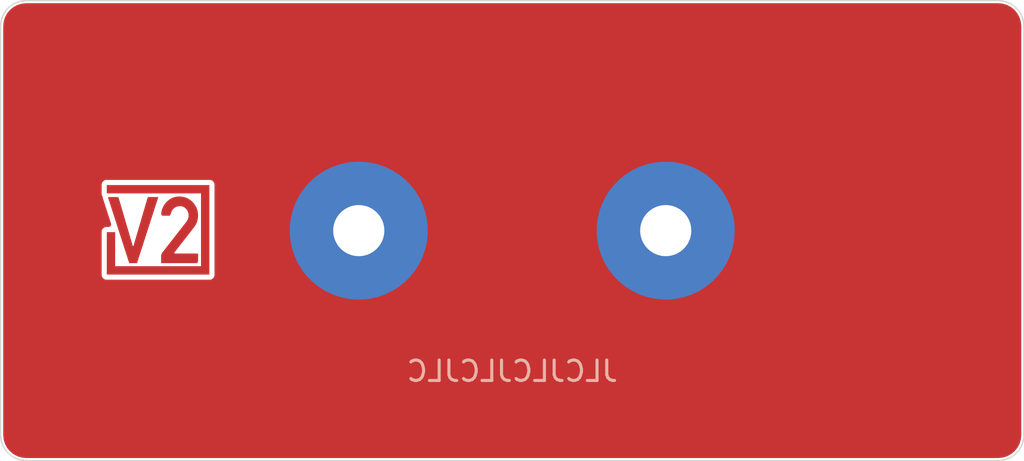
<source format=kicad_pcb>
(kicad_pcb (version 20240108) (generator "pcbnew") (generator_version "8.0")
  (title_block (date "2023-01-29"))
  (layers (0 "F.Cu" signal "Front") (31 "B.Cu" signal "Back") (34 "B.Paste" user) (35 "F.Paste" user) (36 "B.SilkS" user "B.Silkscreen") (37 "F.SilkS" user "F.Silkscreen") (38 "B.Mask" user) (39 "F.Mask" user) (44 "Edge.Cuts" user))
  (property "Order-Number" "JLCJLCJLCJLC")
  (net 0 "")
  (net 1 "GND")
  (footprint "V2_Artwork:Logo_Small" (layer "F.Cu") (at 123.25 106)
    (property "Reference" "ICON1" (hide yes))
    (property "Value" "V2-logo" (hide yes))
    (fp_poly (pts (xy 1.91 1.7195) (xy -2.1005 1.7195) (xy -2.1005 0.0585) (xy -1.773 0.0585) (xy -1.773 1.392) (xy 1.5825 1.392) (xy 1.5825 -1.4555) (xy -2.1005 -1.4555) (xy -2.1005 -1.783) (xy 1.91 -1.783)) (fill solid) (layer "F.Cu"))
    (fp_poly (pts (xy -1.617677 -1.221322) (xy -1.084635 0.601822) (xy -1.059048 0.604213) (xy -0.526231 -1.218162) (xy -0.494416 -1.314387) (xy -0.190339 -1.314387) (xy -0.085353 -1.31286) (xy -0.918222 1.270316) (xy -1.019731 1.273487) (xy -1.223737 1.273487) (xy -2.056569 -1.309583) (xy -1.95594 -1.314387) (xy -1.651908 -1.314387)) (fill solid) (layer "F.Cu"))
    (fp_poly (pts (xy 0.862421 -1.32688) (xy 0.960344 -1.303887) (xy 1.053932 -1.266924) (xy 1.140943 -1.216397) (xy 1.219701 -1.153847) (xy 1.289786 -1.081749) (xy 1.350542 -1.001625) (xy 1.399768 -0.913898) (xy 1.435918 -0.820016) (xy 1.458468 -0.722) (xy 1.467956 -0.621911) (xy 1.465544 -0.521418) (xy 1.450928 -0.421932) (xy 1.422941 -0.325314) (xy 1.381219 -0.233761) (xy 1.32667 -0.149382) (xy 0.531352 0.87181) (xy 0.569453 0.895459) (xy 1.36796 0.895459) (xy 1.468453 0.900054) (xy 1.468453 1.206089) (xy 1.430088 1.273471) (xy 0.0225 1.273487) (xy 0.0225 0.967661) (xy 0.055771 0.877369) (xy 0.979104 -0.30523) (xy 1.038253 -0.385132) (xy 1.080844 -0.473929) (xy 1.098164 -0.570885) (xy 1.091767 -0.669077) (xy 1.059415 -0.761986) (xy 1.005396 -0.844371) (xy 0.93265 -0.91011) (xy 0.842392 -0.947991) (xy 0.744555 -0.957379) (xy 0.647511 -0.941672) (xy 0.558941 -0.899254) (xy 0.485254 -0.834228) (xy 0.432401 -0.751364) (xy 0.402317 -0.656406) (xy 0.361353 -0.584278) (xy 0.055147 -0.584278) (xy 0.02538 -0.657535) (xy 0.039764 -0.758101) (xy 0.066781 -0.854983) (xy 0.107035 -0.947172) (xy 0.159906 -1.032748) (xy 0.223839 -1.110347) (xy 0.296655 -1.179682) (xy 0.377971 -1.238903) (xy 0.467163 -1.285515) (xy 0.562602 -1.317508) (xy 0.661819 -1.334283) (xy 0.76236 -1.336756)) (fill solid) (layer "F.Cu"))
    (zone (net 0) (net_name "") (layer "F.Cu") (connect_pads (clearance 0)) (min_thickness 0.254)
      (keepout (tracks not_allowed) (vias not_allowed) (pads not_allowed) (copperpour not_allowed) (footprints allowed))
      (fill (thermal_gap 0.508) (thermal_bridge_width 0.508))
      (polygon (pts (xy 121.0275 107.8415) (xy 125.282 107.8415) (xy 125.282 104.095) (xy 121.0275 104.095) (xy 121.0275 104.63475) (xy 121.45295 105.9365) (xy 121.0275 105.9365)))
    )
  )
  (footprint "V2_Mechanical:Mounting_Hole_2mm_Pad_5.2mm" (layer "F.Cu") (at 143 106)
    (property "Reference" "H2" (hide yes))
    (property "Value" "MountingHole_2mm_Pad_5.2mm" (hide yes))
    (pad "1" thru_hole custom (at 0 0) (size 5.4 5.4) (drill 2) (layers "*.Cu" "*.Mask") (net 1 "GND") (options (clearance outline) (anchor circle)) (primitives (gr_bbox (start -0.75 -0.75) (end 0.75 0.75) (fill no))))
  )
  (footprint "V2_Mechanical:Mounting_Hole_2mm_Pad_5.2mm" (layer "F.Cu") (at 131 106)
    (property "Reference" "H3" (hide yes))
    (property "Value" "MountingHole_2mm_Pad_5.2mm" (hide yes))
    (pad "1" thru_hole custom (at 0 0) (size 5.4 5.4) (drill 2) (layers "*.Cu" "*.Mask") (net 1 "GND") (options (clearance outline) (anchor circle)) (primitives (gr_bbox (start -0.75 -0.75) (end 0.75 0.75) (fill no))))
  )
  (footprint "V2_Production:Order_Number" (layer "B.Cu") (at 137 111.5 180)
    (property "Reference" "INFO1" (hide yes))
    (property "Value" "ORDER-NUMBER" (hide yes))
    (fp_text user "${Order-Number}" (at 0 0 0) (layer "B.SilkS") (effects (font (size 0.8 0.8) (thickness 0.12)) (justify mirror)))
  )
  (gr_line (start 117 98) (end 117 114) (stroke (width 0.05)) (layer "Edge.Cuts"))
  (gr_line (start 118 97) (end 156 97) (stroke (width 0.05)) (layer "Edge.Cuts"))
  (gr_line (start 157 98) (end 157 114) (stroke (width 0.05)) (layer "Edge.Cuts"))
  (gr_arc (start 118 115) (mid 117.292893 114.707107) (end 117 114) (stroke (width 0.05)) (layer "Edge.Cuts"))
  (gr_arc (start 157 114) (mid 156.707107 114.707107) (end 156 115) (stroke (width 0.05)) (layer "Edge.Cuts"))
  (gr_arc (start 117 98) (mid 117.292893 97.292893) (end 118 97) (stroke (width 0.05)) (layer "Edge.Cuts"))
  (gr_arc (start 156 97) (mid 156.707107 97.292893) (end 157 98) (stroke (width 0.05)) (layer "Edge.Cuts"))
  (gr_line (start 118 115) (end 156 115) (stroke (width 0.05)) (layer "Edge.Cuts"))
  (zone (net 1) (net_name "GND") (layer "F.Cu") (priority 1) (connect_pads yes (clearance 0.2)) (min_thickness 0.2) (fill yes (thermal_gap 0.508) (thermal_bridge_width 0.508))
    (polygon (pts (xy 157 115) (xy 117 115) (xy 117 97) (xy 157 97)))
  )
)
</source>
